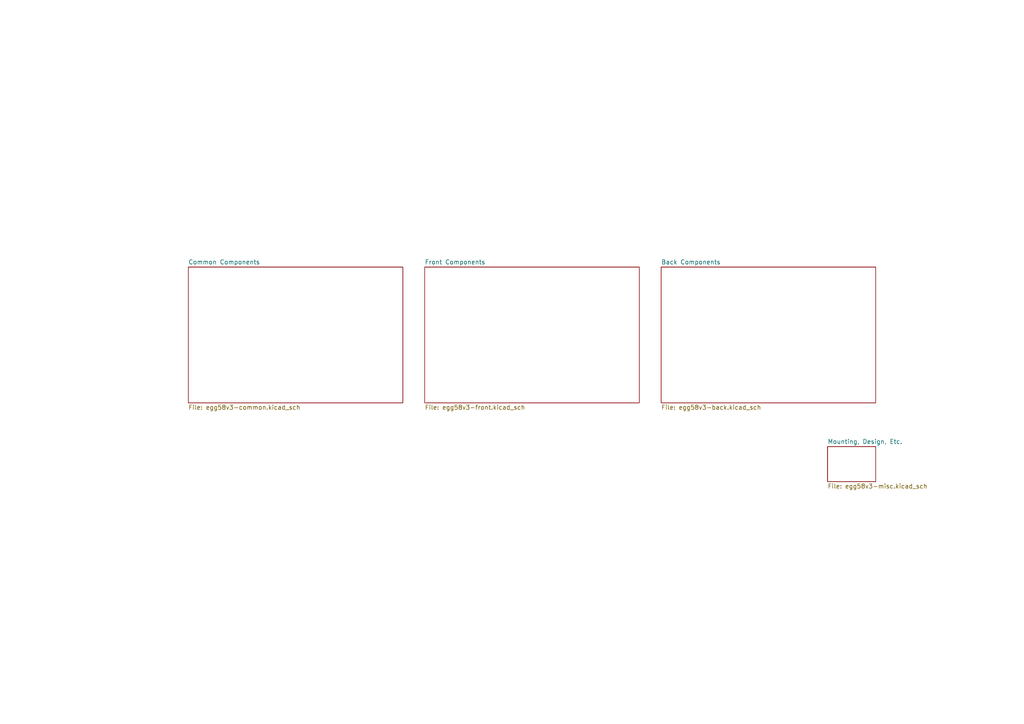
<source format=kicad_sch>
(kicad_sch (version 20211123) (generator eeschema)

  (uuid d23fbe98-d5e8-4416-9535-f408b7add0ef)

  (paper "A4")

  (title_block
    (title "egg58")
    (date "2023-04-06")
    (rev "3")
    (company "EggsWorks, LLC")
    (comment 1 "github.com/eggsworks/egg58")
    (comment 2 "a sanely minimalist split keyboard")
    (comment 3 "egg58v3")
  )

  (lib_symbols
  )


  (sheet (at 123.19 77.47) (size 62.23 39.37) (fields_autoplaced)
    (stroke (width 0.1524) (type solid) (color 0 0 0 0))
    (fill (color 0 0 0 0.0000))
    (uuid 13f61260-a66d-4d77-8d94-845a8cf0c839)
    (property "Sheet name" "Front Components" (id 0) (at 123.19 76.7584 0)
      (effects (font (size 1.27 1.27)) (justify left bottom))
    )
    (property "Sheet file" "egg58v3-front.kicad_sch" (id 1) (at 123.19 117.4246 0)
      (effects (font (size 1.27 1.27)) (justify left top))
    )
  )

  (sheet (at 240.03 129.54) (size 13.97 10.16) (fields_autoplaced)
    (stroke (width 0.1524) (type solid) (color 0 0 0 0))
    (fill (color 0 0 0 0.0000))
    (uuid 268a93e8-fa23-43a8-af13-b9fb3dc1a806)
    (property "Sheet name" "Mounting, Design, Etc." (id 0) (at 240.03 128.8284 0)
      (effects (font (size 1.27 1.27)) (justify left bottom))
    )
    (property "Sheet file" "egg58v3-misc.kicad_sch" (id 1) (at 240.03 140.2846 0)
      (effects (font (size 1.27 1.27)) (justify left top))
    )
  )

  (sheet (at 54.61 77.47) (size 62.23 39.37) (fields_autoplaced)
    (stroke (width 0.1524) (type solid) (color 0 0 0 0))
    (fill (color 0 0 0 0.0000))
    (uuid 919ab01d-7eb4-4062-9012-44dcffb54099)
    (property "Sheet name" "Common Components" (id 0) (at 54.61 76.7584 0)
      (effects (font (size 1.27 1.27)) (justify left bottom))
    )
    (property "Sheet file" "egg58v3-common.kicad_sch" (id 1) (at 54.61 117.4246 0)
      (effects (font (size 1.27 1.27)) (justify left top))
    )
  )

  (sheet (at 191.77 77.47) (size 62.23 39.37) (fields_autoplaced)
    (stroke (width 0.1524) (type solid) (color 0 0 0 0))
    (fill (color 0 0 0 0.0000))
    (uuid d5836231-d6b9-462d-aea2-031846d0aa69)
    (property "Sheet name" "Back Components" (id 0) (at 191.77 76.7584 0)
      (effects (font (size 1.27 1.27)) (justify left bottom))
    )
    (property "Sheet file" "egg58v3-back.kicad_sch" (id 1) (at 191.77 117.4246 0)
      (effects (font (size 1.27 1.27)) (justify left top))
    )
  )

  (sheet_instances
    (path "/" (page "1"))
    (path "/13f61260-a66d-4d77-8d94-845a8cf0c839" (page "2"))
    (path "/919ab01d-7eb4-4062-9012-44dcffb54099" (page "3"))
    (path "/d5836231-d6b9-462d-aea2-031846d0aa69" (page "4"))
    (path "/268a93e8-fa23-43a8-af13-b9fb3dc1a806" (page "5"))
  )

  (symbol_instances
    (path "/268a93e8-fa23-43a8-af13-b9fb3dc1a806/02423859-5b9f-4e67-bfec-67f94e33613a"
      (reference "#LOGO1") (unit 1) (value "Logo_Open_Hardware_Small") (footprint "egg58v2:egg58logo")
    )
    (path "/919ab01d-7eb4-4062-9012-44dcffb54099/250d9e83-ac85-43ac-8efe-a39ed0d9f08e"
      (reference "#PWR0101") (unit 1) (value "GND") (footprint "")
    )
    (path "/919ab01d-7eb4-4062-9012-44dcffb54099/488fd696-c6fa-4d27-a1ec-ba43522cba51"
      (reference "#PWR0102") (unit 1) (value "GND") (footprint "")
    )
    (path "/919ab01d-7eb4-4062-9012-44dcffb54099/90c62c74-6835-4ab9-a05c-4fc77ffc6d26"
      (reference "#PWR0103") (unit 1) (value "VCC") (footprint "")
    )
    (path "/919ab01d-7eb4-4062-9012-44dcffb54099/1a7ed60e-b8d1-42bd-a169-d5fc54da1a47"
      (reference "#PWR0104") (unit 1) (value "VCC") (footprint "")
    )
    (path "/919ab01d-7eb4-4062-9012-44dcffb54099/59e5a187-2c61-4e20-aafd-87330440915e"
      (reference "#PWR0105") (unit 1) (value "GND") (footprint "")
    )
    (path "/919ab01d-7eb4-4062-9012-44dcffb54099/a60f211a-3793-41e6-b1a3-afa71a025790"
      (reference "#PWR0106") (unit 1) (value "VCC") (footprint "")
    )
    (path "/919ab01d-7eb4-4062-9012-44dcffb54099/7b572c62-7542-4d93-9f94-974586e5fde9"
      (reference "#PWR0107") (unit 1) (value "VCC") (footprint "")
    )
    (path "/268a93e8-fa23-43a8-af13-b9fb3dc1a806/93c7a95f-14c5-41e1-a61d-876abea51f4c"
      (reference "#SYM1") (unit 1) (value "SYM_Flash_Small") (footprint "egg58v2:egg58url")
    )
    (path "/919ab01d-7eb4-4062-9012-44dcffb54099/e8dc65b8-a0a9-4813-82f1-c97eb0583260"
      (reference "J1") (unit 1) (value "AudioJack4") (footprint "egg58v2:MJ-4PP-9")
    )
    (path "/919ab01d-7eb4-4062-9012-44dcffb54099/04af12ca-3228-4d2d-b1f7-47dff8d4ea36"
      (reference "JP1") (unit 1) (value "Jumper_NC_Dual-Device") (footprint "egg58v2:SolderJumper-3_P1.3mm_Open_Pad1.0x1.5mm_NumberLabels")
    )
    (path "/919ab01d-7eb4-4062-9012-44dcffb54099/a11e900f-84ab-4b2c-8ab2-a2c2f7046079"
      (reference "JP2") (unit 1) (value "Jumper_NC_Dual-Device") (footprint "egg58v2:SolderJumper-3_P1.3mm_Open_Pad1.0x1.5mm_NumberLabels")
    )
    (path "/919ab01d-7eb4-4062-9012-44dcffb54099/ecfb3147-33dd-4273-bfd4-d6b5056c435f"
      (reference "R1") (unit 1) (value "100k") (footprint "egg58v2:R_Axial_DIN0207_L6.3mm_D2.5mm_P10.16mm_Horizontal")
    )
    (path "/919ab01d-7eb4-4062-9012-44dcffb54099/4c33ad9d-8f48-4eff-b35d-d69613817502"
      (reference "R2") (unit 1) (value "100k") (footprint "egg58v2:R_Axial_DIN0207_L6.3mm_D2.5mm_P10.16mm_Horizontal")
    )
    (path "/13f61260-a66d-4d77-8d94-845a8cf0c839/d929df0a-4159-4cd2-9cbe-123f6ddf147f"
      (reference "SW11") (unit 1) (value "SW_PUSH_LED") (footprint "egg58v2:Choc_Hotswap_SK6812MiniE")
    )
    (path "/13f61260-a66d-4d77-8d94-845a8cf0c839/1ffdeb5a-ef68-4bc9-bd72-d48996274d38"
      (reference "SW11") (unit 2) (value "SW_PUSH_LED") (footprint "egg58v2:Choc_Hotswap_SK6812MiniE")
    )
    (path "/13f61260-a66d-4d77-8d94-845a8cf0c839/473d9c43-601a-4a07-8103-6fc9d9e522f7"
      (reference "SW11") (unit 3) (value "SW_PUSH_LED") (footprint "egg58v2:Choc_Hotswap_SK6812MiniE")
    )
    (path "/d5836231-d6b9-462d-aea2-031846d0aa69/eefb901c-a27f-4891-9508-e1c8d8e66943"
      (reference "SW11") (unit 4) (value "SW_PUSH_LED") (footprint "egg58v2:Choc_Hotswap_SK6812MiniE")
    )
    (path "/d5836231-d6b9-462d-aea2-031846d0aa69/2233bf44-9676-4236-9366-6181e84f66d8"
      (reference "SW11") (unit 5) (value "SW_PUSH_LED") (footprint "egg58v2:Choc_Hotswap_SK6812MiniE")
    )
    (path "/d5836231-d6b9-462d-aea2-031846d0aa69/94106ac8-6601-4f20-8c24-044a5a04e441"
      (reference "SW11") (unit 6) (value "SW_PUSH_LED") (footprint "egg58v2:Choc_Hotswap_SK6812MiniE")
    )
    (path "/13f61260-a66d-4d77-8d94-845a8cf0c839/98ec587c-48df-48af-88a3-e63557e11138"
      (reference "SW12") (unit 1) (value "SW_PUSH_LED") (footprint "egg58v2:Choc_Hotswap_SK6812MiniE")
    )
    (path "/13f61260-a66d-4d77-8d94-845a8cf0c839/1843e41c-51be-4ea9-a034-ab053ecc7a96"
      (reference "SW12") (unit 2) (value "SW_PUSH_LED") (footprint "egg58v2:Choc_Hotswap_SK6812MiniE")
    )
    (path "/13f61260-a66d-4d77-8d94-845a8cf0c839/c1427cbb-7960-438b-b9fb-4ef44c770905"
      (reference "SW12") (unit 3) (value "SW_PUSH_LED") (footprint "egg58v2:Choc_Hotswap_SK6812MiniE")
    )
    (path "/d5836231-d6b9-462d-aea2-031846d0aa69/ab9d29f0-1330-4b45-bcc0-6e3fec6d25d6"
      (reference "SW12") (unit 4) (value "SW_PUSH_LED") (footprint "egg58v2:Choc_Hotswap_SK6812MiniE")
    )
    (path "/d5836231-d6b9-462d-aea2-031846d0aa69/76664732-4e4b-4557-9cf0-1c33339828c6"
      (reference "SW12") (unit 5) (value "SW_PUSH_LED") (footprint "egg58v2:Choc_Hotswap_SK6812MiniE")
    )
    (path "/d5836231-d6b9-462d-aea2-031846d0aa69/9b893edb-947d-4345-ad0c-47fb8a77d18b"
      (reference "SW12") (unit 6) (value "SW_PUSH_LED") (footprint "egg58v2:Choc_Hotswap_SK6812MiniE")
    )
    (path "/13f61260-a66d-4d77-8d94-845a8cf0c839/53c57448-dd18-479f-8b41-d83027f44b79"
      (reference "SW13") (unit 1) (value "SW_PUSH_LED") (footprint "egg58v2:Choc_Hotswap_SK6812MiniE")
    )
    (path "/13f61260-a66d-4d77-8d94-845a8cf0c839/51c5ce09-d58f-4be1-bda9-5b60207c7e79"
      (reference "SW13") (unit 2) (value "SW_PUSH_LED") (footprint "egg58v2:Choc_Hotswap_SK6812MiniE")
    )
    (path "/13f61260-a66d-4d77-8d94-845a8cf0c839/1e4765af-983a-40b3-b30f-104ca4bcc752"
      (reference "SW13") (unit 3) (value "SW_PUSH_LED") (footprint "egg58v2:Choc_Hotswap_SK6812MiniE")
    )
    (path "/d5836231-d6b9-462d-aea2-031846d0aa69/023ded13-59a9-41cb-a6e2-3e03030e1c6d"
      (reference "SW13") (unit 4) (value "SW_PUSH_LED") (footprint "egg58v2:Choc_Hotswap_SK6812MiniE")
    )
    (path "/d5836231-d6b9-462d-aea2-031846d0aa69/910e3f96-d829-4117-bd76-33d8d09241b7"
      (reference "SW13") (unit 5) (value "SW_PUSH_LED") (footprint "egg58v2:Choc_Hotswap_SK6812MiniE")
    )
    (path "/d5836231-d6b9-462d-aea2-031846d0aa69/740c4389-622c-499f-8013-6b9bad8d2f9a"
      (reference "SW13") (unit 6) (value "SW_PUSH_LED") (footprint "egg58v2:Choc_Hotswap_SK6812MiniE")
    )
    (path "/13f61260-a66d-4d77-8d94-845a8cf0c839/eb634032-bbe2-4d2a-9032-5131ab48b87d"
      (reference "SW14") (unit 1) (value "SW_PUSH_LED") (footprint "egg58v2:Choc_Hotswap_SK6812MiniE")
    )
    (path "/13f61260-a66d-4d77-8d94-845a8cf0c839/17a0454e-d6f0-426d-a0b7-13db1f6148fa"
      (reference "SW14") (unit 2) (value "SW_PUSH_LED") (footprint "egg58v2:Choc_Hotswap_SK6812MiniE")
    )
    (path "/13f61260-a66d-4d77-8d94-845a8cf0c839/d08dcfdb-c936-4c67-9e05-f90f56594399"
      (reference "SW14") (unit 3) (value "SW_PUSH_LED") (footprint "egg58v2:Choc_Hotswap_SK6812MiniE")
    )
    (path "/d5836231-d6b9-462d-aea2-031846d0aa69/048f0fda-e969-4b17-afff-fcfe4845bce7"
      (reference "SW14") (unit 4) (value "SW_PUSH_LED") (footprint "egg58v2:Choc_Hotswap_SK6812MiniE")
    )
    (path "/d5836231-d6b9-462d-aea2-031846d0aa69/452a2148-1cf0-48fe-8c08-8ba845a64a1e"
      (reference "SW14") (unit 5) (value "SW_PUSH_LED") (footprint "egg58v2:Choc_Hotswap_SK6812MiniE")
    )
    (path "/d5836231-d6b9-462d-aea2-031846d0aa69/de8292cb-4967-4d4a-877b-e1b0ac95fc80"
      (reference "SW14") (unit 6) (value "SW_PUSH_LED") (footprint "egg58v2:Choc_Hotswap_SK6812MiniE")
    )
    (path "/13f61260-a66d-4d77-8d94-845a8cf0c839/77722371-5eb5-4ca8-8069-f5cdae122b19"
      (reference "SW15") (unit 1) (value "SW_PUSH_LED") (footprint "egg58v2:Choc_Hotswap_SK6812MiniE")
    )
    (path "/13f61260-a66d-4d77-8d94-845a8cf0c839/5411f5a7-b2e7-486d-a840-de18315d4d98"
      (reference "SW15") (unit 2) (value "SW_PUSH_LED") (footprint "egg58v2:Choc_Hotswap_SK6812MiniE")
    )
    (path "/13f61260-a66d-4d77-8d94-845a8cf0c839/1e12c6cf-8a69-4c5c-a7bb-e39595e12091"
      (reference "SW15") (unit 3) (value "SW_PUSH_LED") (footprint "egg58v2:Choc_Hotswap_SK6812MiniE")
    )
    (path "/d5836231-d6b9-462d-aea2-031846d0aa69/ba5caa57-01ff-448e-98e6-4f3822019768"
      (reference "SW15") (unit 4) (value "SW_PUSH_LED") (footprint "egg58v2:Choc_Hotswap_SK6812MiniE")
    )
    (path "/d5836231-d6b9-462d-aea2-031846d0aa69/babb7cfe-5cbd-4d42-8ad8-cf7d595b23dd"
      (reference "SW15") (unit 5) (value "SW_PUSH_LED") (footprint "egg58v2:Choc_Hotswap_SK6812MiniE")
    )
    (path "/d5836231-d6b9-462d-aea2-031846d0aa69/48e1bdc5-3086-4f61-9cb9-a4a8f7399b8c"
      (reference "SW15") (unit 6) (value "SW_PUSH_LED") (footprint "egg58v2:Choc_Hotswap_SK6812MiniE")
    )
    (path "/13f61260-a66d-4d77-8d94-845a8cf0c839/17efe1a1-91f8-45bd-a6cc-869a126207cc"
      (reference "SW16") (unit 1) (value "SW_PUSH_LED") (footprint "egg58v2:Choc_Hotswap_SK6812MiniE")
    )
    (path "/13f61260-a66d-4d77-8d94-845a8cf0c839/4502ef61-d65e-4e46-824b-f84e2ccfb77e"
      (reference "SW16") (unit 2) (value "SW_PUSH_LED") (footprint "egg58v2:Choc_Hotswap_SK6812MiniE")
    )
    (path "/13f61260-a66d-4d77-8d94-845a8cf0c839/db46b64a-ab2c-4719-a0bb-3e0315962b3d"
      (reference "SW16") (unit 3) (value "SW_PUSH_LED") (footprint "egg58v2:Choc_Hotswap_SK6812MiniE")
    )
    (path "/d5836231-d6b9-462d-aea2-031846d0aa69/18a6d8d0-184a-45e7-a83e-deac437d006d"
      (reference "SW16") (unit 4) (value "SW_PUSH_LED") (footprint "egg58v2:Choc_Hotswap_SK6812MiniE")
    )
    (path "/d5836231-d6b9-462d-aea2-031846d0aa69/4f85a16f-3500-4461-ae25-1d8c5dc9f10a"
      (reference "SW16") (unit 5) (value "SW_PUSH_LED") (footprint "egg58v2:Choc_Hotswap_SK6812MiniE")
    )
    (path "/d5836231-d6b9-462d-aea2-031846d0aa69/473debb7-92f5-4172-b16b-26591a777a6f"
      (reference "SW16") (unit 6) (value "SW_PUSH_LED") (footprint "egg58v2:Choc_Hotswap_SK6812MiniE")
    )
    (path "/13f61260-a66d-4d77-8d94-845a8cf0c839/dc02ba48-f70e-48ec-ae99-7546a43d617a"
      (reference "SW21") (unit 1) (value "SW_PUSH_LED") (footprint "egg58v2:Choc_Hotswap_SK6812MiniE")
    )
    (path "/13f61260-a66d-4d77-8d94-845a8cf0c839/84a2e431-cb9c-49fc-a24c-51a799f63a6d"
      (reference "SW21") (unit 2) (value "SW_PUSH_LED") (footprint "egg58v2:Choc_Hotswap_SK6812MiniE")
    )
    (path "/13f61260-a66d-4d77-8d94-845a8cf0c839/43f0a374-f643-4698-a784-8d6fdbe7df5a"
      (reference "SW21") (unit 3) (value "SW_PUSH_LED") (footprint "egg58v2:Choc_Hotswap_SK6812MiniE")
    )
    (path "/d5836231-d6b9-462d-aea2-031846d0aa69/0f28ebbf-ed1b-4ae5-87fa-eaca45034ad7"
      (reference "SW21") (unit 4) (value "SW_PUSH_LED") (footprint "egg58v2:Choc_Hotswap_SK6812MiniE")
    )
    (path "/d5836231-d6b9-462d-aea2-031846d0aa69/b3e8b57b-f66c-4795-a55e-a43515d3371b"
      (reference "SW21") (unit 5) (value "SW_PUSH_LED") (footprint "egg58v2:Choc_Hotswap_SK6812MiniE")
    )
    (path "/d5836231-d6b9-462d-aea2-031846d0aa69/11673518-a09a-4aa1-ae93-67a986e0dd75"
      (reference "SW21") (unit 6) (value "SW_PUSH_LED") (footprint "egg58v2:Choc_Hotswap_SK6812MiniE")
    )
    (path "/13f61260-a66d-4d77-8d94-845a8cf0c839/76011001-f7a1-4b09-a4a7-a3612b9dfe56"
      (reference "SW22") (unit 1) (value "SW_PUSH_LED") (footprint "egg58v2:Choc_Hotswap_SK6812MiniE")
    )
    (path "/13f61260-a66d-4d77-8d94-845a8cf0c839/cbd58e35-5bab-48e2-83f1-eba5f3c4b88c"
      (reference "SW22") (unit 2) (value "SW_PUSH_LED") (footprint "egg58v2:Choc_Hotswap_SK6812MiniE")
    )
    (path "/13f61260-a66d-4d77-8d94-845a8cf0c839/6db4033d-aafe-4020-8e52-f2c375d20d82"
      (reference "SW22") (unit 3) (value "SW_PUSH_LED") (footprint "egg58v2:Choc_Hotswap_SK6812MiniE")
    )
    (path "/d5836231-d6b9-462d-aea2-031846d0aa69/d722a747-6edb-46f6-9abb-a5c307851759"
      (reference "SW22") (unit 4) (value "SW_PUSH_LED") (footprint "egg58v2:Choc_Hotswap_SK6812MiniE")
    )
    (path "/d5836231-d6b9-462d-aea2-031846d0aa69/c69b89e6-bcce-473f-84a3-bdb67af7c8df"
      (reference "SW22") (unit 5) (value "SW_PUSH_LED") (footprint "egg58v2:Choc_Hotswap_SK6812MiniE")
    )
    (path "/d5836231-d6b9-462d-aea2-031846d0aa69/507d83af-0016-4a51-93d0-b8cbd8e8bed2"
      (reference "SW22") (unit 6) (value "SW_PUSH_LED") (footprint "egg58v2:Choc_Hotswap_SK6812MiniE")
    )
    (path "/13f61260-a66d-4d77-8d94-845a8cf0c839/8bea81b7-407e-4c63-bfba-6a1599ff50b1"
      (reference "SW23") (unit 1) (value "SW_PUSH_LED") (footprint "egg58v2:Choc_Hotswap_SK6812MiniE")
    )
    (path "/13f61260-a66d-4d77-8d94-845a8cf0c839/cbdaddbd-0fc5-4334-9598-297556477542"
      (reference "SW23") (unit 2) (value "SW_PUSH_LED") (footprint "egg58v2:Choc_Hotswap_SK6812MiniE")
    )
    (path "/13f61260-a66d-4d77-8d94-845a8cf0c839/93633c3a-f685-4436-ba21-0feeea3b5423"
      (reference "SW23") (unit 3) (value "SW_PUSH_LED") (footprint "egg58v2:Choc_Hotswap_SK6812MiniE")
    )
    (path "/d5836231-d6b9-462d-aea2-031846d0aa69/b97a09f9-d6d7-415e-8cbd-3dcadb72348d"
      (reference "SW23") (unit 4) (value "SW_PUSH_LED") (footprint "egg58v2:Choc_Hotswap_SK6812MiniE")
    )
    (path "/d5836231-d6b9-462d-aea2-031846d0aa69/5f917ce9-f01a-4812-bffa-d84b50d728f4"
      (reference "SW23") (unit 5) (value "SW_PUSH_LED") (footprint "egg58v2:Choc_Hotswap_SK6812MiniE")
    )
    (path "/d5836231-d6b9-462d-aea2-031846d0aa69/308a0df1-ec30-447a-94d7-1c4fdc182422"
      (reference "SW23") (unit 6) (value "SW_PUSH_LED") (footprint "egg58v2:Choc_Hotswap_SK6812MiniE")
    )
    (path "/13f61260-a66d-4d77-8d94-845a8cf0c839/15697368-b919-4917-bd77-72a774be0a41"
      (reference "SW24") (unit 1) (value "SW_PUSH_LED") (footprint "egg58v2:Choc_Hotswap_SK6812MiniE")
    )
    (path "/13f61260-a66d-4d77-8d94-845a8cf0c839/57636587-5378-4e7d-9248-c53773f4ab97"
      (reference "SW24") (unit 2) (value "SW_PUSH_LED") (footprint "egg58v2:Choc_Hotswap_SK6812MiniE")
    )
    (path "/13f61260-a66d-4d77-8d94-845a8cf0c839/f4ba9303-d05a-4ec6-934f-5ce2b11cf7b7"
      (reference "SW24") (unit 3) (value "SW_PUSH_LED") (footprint "egg58v2:Choc_Hotswap_SK6812MiniE")
    )
    (path "/d5836231-d6b9-462d-aea2-031846d0aa69/cc2691b5-459c-49d6-9f8f-5cfad02ab9f9"
      (reference "SW24") (unit 4) (value "SW_PUSH_LED") (footprint "egg58v2:Choc_Hotswap_SK6812MiniE")
    )
    (path "/d5836231-d6b9-462d-aea2-031846d0aa69/3394fc6b-f8e1-4492-a916-3a9a2f8487de"
      (reference "SW24") (unit 5) (value "SW_PUSH_LED") (footprint "egg58v2:Choc_Hotswap_SK6812MiniE")
    )
    (path "/d5836231-d6b9-462d-aea2-031846d0aa69/5bfbea20-5398-44b8-b008-f43be51fbaa8"
      (reference "SW24") (unit 6) (value "SW_PUSH_LED") (footprint "egg58v2:Choc_Hotswap_SK6812MiniE")
    )
    (path "/13f61260-a66d-4d77-8d94-845a8cf0c839/4732c052-a1a4-47d5-a1d8-9505374bbb42"
      (reference "SW25") (unit 1) (value "SW_PUSH_LED") (footprint "egg58v2:Choc_Hotswap_SK6812MiniE")
    )
    (path "/13f61260-a66d-4d77-8d94-845a8cf0c839/dfc8d160-83ff-4360-a154-2382ee7b845a"
      (reference "SW25") (unit 2) (value "SW_PUSH_LED") (footprint "egg58v2:Choc_Hotswap_SK6812MiniE")
    )
    (path "/13f61260-a66d-4d77-8d94-845a8cf0c839/9e887166-e941-44fc-938f-0d16803bd397"
      (reference "SW25") (unit 3) (value "SW_PUSH_LED") (footprint "egg58v2:Choc_Hotswap_SK6812MiniE")
    )
    (path "/d5836231-d6b9-462d-aea2-031846d0aa69/5aff02b3-b5be-4566-bd4d-8fd32ae1786b"
      (reference "SW25") (unit 4) (value "SW_PUSH_LED") (footprint "egg58v2:Choc_Hotswap_SK6812MiniE")
    )
    (path "/d5836231-d6b9-462d-aea2-031846d0aa69/3628b75c-4248-44b9-9823-d30d69d79009"
      (reference "SW25") (unit 5) (value "SW_PUSH_LED") (footprint "egg58v2:Choc_Hotswap_SK6812MiniE")
    )
    (path "/d5836231-d6b9-462d-aea2-031846d0aa69/bf2c19d0-93de-4940-9fe5-c719f7133a20"
      (reference "SW25") (unit 6) (value "SW_PUSH_LED") (footprint "egg58v2:Choc_Hotswap_SK6812MiniE")
    )
    (path "/13f61260-a66d-4d77-8d94-845a8cf0c839/0156e764-c675-4ea5-a0b0-d32101e61e7c"
      (reference "SW26") (unit 1) (value "SW_PUSH_LED") (footprint "egg58v2:Choc_Hotswap_SK6812MiniE")
    )
    (path "/13f61260-a66d-4d77-8d94-845a8cf0c839/09d5dcc6-4476-47ad-83d6-e4d66fc814ed"
      (reference "SW26") (unit 2) (value "SW_PUSH_LED") (footprint "egg58v2:Choc_Hotswap_SK6812MiniE")
    )
    (path "/13f61260-a66d-4d77-8d94-845a8cf0c839/5675088a-f83c-4aec-994a-a26269f053d7"
      (reference "SW26") (unit 3) (value "SW_PUSH_LED") (footprint "egg58v2:Choc_Hotswap_SK6812MiniE")
    )
    (path "/d5836231-d6b9-462d-aea2-031846d0aa69/6b10ace8-9f72-4a09-a607-d5262ab2978a"
      (reference "SW26") (unit 4) (value "SW_PUSH_LED") (footprint "egg58v2:Choc_Hotswap_SK6812MiniE")
    )
    (path "/d5836231-d6b9-462d-aea2-031846d0aa69/1dd395b9-f118-4912-ac1d-b48d4b6b02ae"
      (reference "SW26") (unit 5) (value "SW_PUSH_LED") (footprint "egg58v2:Choc_Hotswap_SK6812MiniE")
    )
    (path "/d5836231-d6b9-462d-aea2-031846d0aa69/c30d83fc-1f82-4389-b683-41ea5cfe4fd2"
      (reference "SW26") (unit 6) (value "SW_PUSH_LED") (footprint "egg58v2:Choc_Hotswap_SK6812MiniE")
    )
    (path "/13f61260-a66d-4d77-8d94-845a8cf0c839/1638d1d6-d83a-4263-a407-1b44f67053d4"
      (reference "SW31") (unit 1) (value "SW_PUSH_LED") (footprint "egg58v2:Choc_Hotswap_SK6812MiniE")
    )
    (path "/13f61260-a66d-4d77-8d94-845a8cf0c839/1c2149a9-45a4-4211-978f-e2258e09fc84"
      (reference "SW31") (unit 2) (value "SW_PUSH_LED") (footprint "egg58v2:Choc_Hotswap_SK6812MiniE")
    )
    (path "/13f61260-a66d-4d77-8d94-845a8cf0c839/8957b775-7c87-419b-a0e3-9080dc1814f7"
      (reference "SW31") (unit 3) (value "SW_PUSH_LED") (footprint "egg58v2:Choc_Hotswap_SK6812MiniE")
    )
    (path "/d5836231-d6b9-462d-aea2-031846d0aa69/517e5a81-1895-42b0-b22d-3ef7249a65a5"
      (reference "SW31") (unit 4) (value "SW_PUSH_LED") (footprint "egg58v2:Choc_Hotswap_SK6812MiniE")
    )
    (path "/d5836231-d6b9-462d-aea2-031846d0aa69/fd5c04f0-9a6b-4841-acd8-66439a60a2c4"
      (reference "SW31") (unit 5) (value "SW_PUSH_LED") (footprint "egg58v2:Choc_Hotswap_SK6812MiniE")
    )
    (path "/d5836231-d6b9-462d-aea2-031846d0aa69/23102923-f464-452c-908c-7beff0654f6d"
      (reference "SW31") (unit 6) (value "SW_PUSH_LED") (footprint "egg58v2:Choc_Hotswap_SK6812MiniE")
    )
    (path "/13f61260-a66d-4d77-8d94-845a8cf0c839/5e78a4d3-aa9c-4e39-945b-0dc87b0bf7ec"
      (reference "SW32") (unit 1) (value "SW_PUSH_LED") (footprint "egg58v2:Choc_Hotswap_SK6812MiniE")
    )
    (path "/13f61260-a66d-4d77-8d94-845a8cf0c839/8b3cc378-a6e9-4b41-8b72-78a64a97b73f"
      (reference "SW32") (unit 2) (value "SW_PUSH_LED") (footprint "egg58v2:Choc_Hotswap_SK6812MiniE")
    )
    (path "/13f61260-a66d-4d77-8d94-845a8cf0c839/eae430c4-27fc-418b-bef1-442fbf882ee1"
      (reference "SW32") (unit 3) (value "SW_PUSH_LED") (footprint "egg58v2:Choc_Hotswap_SK6812MiniE")
    )
    (path "/d5836231-d6b9-462d-aea2-031846d0aa69/317c37e2-2a61-4b59-98e3-1474f80607b2"
      (reference "SW32") (unit 4) (value "SW_PUSH_LED") (footprint "egg58v2:Choc_Hotswap_SK6812MiniE")
    )
    (path "/d5836231-d6b9-462d-aea2-031846d0aa69/2e6e875a-7725-4692-a8cc-8842453c0083"
      (reference "SW32") (unit 5) (value "SW_PUSH_LED") (footprint "egg58v2:Choc_Hotswap_SK6812MiniE")
    )
    (path "/d5836231-d6b9-462d-aea2-031846d0aa69/a3595ee7-6b89-453f-90f4-11788358882d"
      (reference "SW32") (unit 6) (value "SW_PUSH_LED") (footprint "egg58v2:Choc_Hotswap_SK6812MiniE")
    )
    (path "/13f61260-a66d-4d77-8d94-845a8cf0c839/e3c7fd57-10db-4a95-88d3-54edb4dd28e1"
      (reference "SW33") (unit 1) (value "SW_PUSH_LED") (footprint "egg58v2:Choc_Hotswap_SK6812MiniE")
    )
    (path "/13f61260-a66d-4d77-8d94-845a8cf0c839/a5f2ec1f-cda4-4404-85be-339596af07be"
      (reference "SW33") (unit 2) (value "SW_PUSH_LED") (footprint "egg58v2:Choc_Hotswap_SK6812MiniE")
    )
    (path "/13f61260-a66d-4d77-8d94-845a8cf0c839/bba147b5-a5e1-4510-a6e6-25e58cdeeb92"
      (reference "SW33") (unit 3) (value "SW_PUSH_LED") (footprint "egg58v2:Choc_Hotswap_SK6812MiniE")
    )
    (path "/d5836231-d6b9-462d-aea2-031846d0aa69/907918a7-83fd-4e5a-919a-f84fae6b86f7"
      (reference "SW33") (unit 4) (value "SW_PUSH_LED") (footprint "egg58v2:Choc_Hotswap_SK6812MiniE")
    )
    (path "/d5836231-d6b9-462d-aea2-031846d0aa69/ea928ce4-ff69-4a22-9b28-23dce491c36c"
      (reference "SW33") (unit 5) (value "SW_PUSH_LED") (footprint "egg58v2:Choc_Hotswap_SK6812MiniE")
    )
    (path "/d5836231-d6b9-462d-aea2-031846d0aa69/14ad65df-7e80-4e31-ba85-9b8e1b9415fb"
      (reference "SW33") (unit 6) (value "SW_PUSH_LED") (footprint "egg58v2:Choc_Hotswap_SK6812MiniE")
    )
    (path "/13f61260-a66d-4d77-8d94-845a8cf0c839/e92f4797-11a6-442c-8b0c-163d4d694d05"
      (reference "SW34") (unit 1) (value "SW_PUSH_LED") (footprint "egg58v2:Choc_Hotswap_SK6812MiniE")
    )
    (path "/13f61260-a66d-4d77-8d94-845a8cf0c839/b2a3c15d-c8bf-44c0-91e6-bdb875a493df"
      (reference "SW34") (unit 2) (value "SW_PUSH_LED") (footprint "egg58v2:Choc_Hotswap_SK6812MiniE")
    )
    (path "/13f61260-a66d-4d77-8d94-845a8cf0c839/eabadbb5-3345-4f4a-9a96-2580e98c9a77"
      (reference "SW34") (unit 3) (value "SW_PUSH_LED") (footprint "egg58v2:Choc_Hotswap_SK6812MiniE")
    )
    (path "/d5836231-d6b9-462d-aea2-031846d0aa69/e051f299-f397-441a-aee3-7c21887ff6ba"
      (reference "SW34") (unit 4) (value "SW_PUSH_LED") (footprint "egg58v2:Choc_Hotswap_SK6812MiniE")
    )
    (path "/d5836231-d6b9-462d-aea2-031846d0aa69/00945ce8-e83f-4d18-9052-e2cad0a0b539"
      (reference "SW34") (unit 5) (value "SW_PUSH_LED") (footprint "egg58v2:Choc_Hotswap_SK6812MiniE")
    )
    (path "/d5836231-d6b9-462d-aea2-031846d0aa69/a5d27614-3056-4d83-bf1e-ad8310ef8fe5"
      (reference "SW34") (unit 6) (value "SW_PUSH_LED") (footprint "egg58v2:Choc_Hotswap_SK6812MiniE")
    )
    (path "/13f61260-a66d-4d77-8d94-845a8cf0c839/24b758fb-79e5-42c4-914e-c1494fe8afd7"
      (reference "SW35") (unit 1) (value "SW_PUSH_LED") (footprint "egg58v2:Choc_Hotswap_SK6812MiniE")
    )
    (path "/13f61260-a66d-4d77-8d94-845a8cf0c839/fa5dbc0f-141f-4714-83c1-b637f4bff64c"
      (reference "SW35") (unit 2) (value "SW_PUSH_LED") (footprint "egg58v2:Choc_Hotswap_SK6812MiniE")
    )
    (path "/13f61260-a66d-4d77-8d94-845a8cf0c839/aa5f28bf-0c05-4967-83e7-89c963eb996d"
      (reference "SW35") (unit 3) (value "SW_PUSH_LED") (footprint "egg58v2:Choc_Hotswap_SK6812MiniE")
    )
    (path "/d5836231-d6b9-462d-aea2-031846d0aa69/aad3c1be-8fd0-49cb-b5af-fce360b5b7b0"
      (reference "SW35") (unit 4) (value "SW_PUSH_LED") (footprint "egg58v2:Choc_Hotswap_SK6812MiniE")
    )
    (path "/d5836231-d6b9-462d-aea2-031846d0aa69/43849900-eab3-4efc-a425-2bb115ac6390"
      (reference "SW35") (unit 5) (value "SW_PUSH_LED") (footprint "egg58v2:Choc_Hotswap_SK6812MiniE")
    )
    (path "/d5836231-d6b9-462d-aea2-031846d0aa69/0208cf23-1b27-4757-812e-4ddfdb2895b5"
      (reference "SW35") (unit 6) (value "SW_PUSH_LED") (footprint "egg58v2:Choc_Hotswap_SK6812MiniE")
    )
    (path "/13f61260-a66d-4d77-8d94-845a8cf0c839/6c3eeec7-342d-4077-8d41-a73fcf9af82e"
      (reference "SW36") (unit 1) (value "SW_PUSH_LED") (footprint "egg58v2:Choc_Hotswap_SK6812MiniE")
    )
    (path "/13f61260-a66d-4d77-8d94-845a8cf0c839/1934500d-46bd-424a-b139-316a681b9027"
      (reference "SW36") (unit 2) (value "SW_PUSH_LED") (footprint "egg58v2:Choc_Hotswap_SK6812MiniE")
    )
    (path "/13f61260-a66d-4d77-8d94-845a8cf0c839/4ad6eb40-ea52-4a74-bd8c-acc37f85b246"
      (reference "SW36") (unit 3) (value "SW_PUSH_LED") (footprint "egg58v2:Choc_Hotswap_SK6812MiniE")
    )
    (path "/d5836231-d6b9-462d-aea2-031846d0aa69/2a267540-917f-467b-9ad4-53c731a338b2"
      (reference "SW36") (unit 4) (value "SW_PUSH_LED") (footprint "egg58v2:Choc_Hotswap_SK6812MiniE")
    )
    (path "/d5836231-d6b9-462d-aea2-031846d0aa69/4d691b9a-bbdc-4976-a972-3192b8941acf"
      (reference "SW36") (unit 5) (value "SW_PUSH_LED") (footprint "egg58v2:Choc_Hotswap_SK6812MiniE")
    )
    (path "/d5836231-d6b9-462d-aea2-031846d0aa69/11d2e30f-c240-4c30-8136-3875f90b9e9a"
      (reference "SW36") (unit 6) (value "SW_PUSH_LED") (footprint "egg58v2:Choc_Hotswap_SK6812MiniE")
    )
    (path "/13f61260-a66d-4d77-8d94-845a8cf0c839/d99d8102-5342-4fe3-b7d0-5ae68d0f5874"
      (reference "SW41") (unit 1) (value "SW_PUSH_LED") (footprint "egg58v2:Choc_Hotswap_SK6812MiniE")
    )
    (path "/13f61260-a66d-4d77-8d94-845a8cf0c839/eff881b5-27b9-46ab-96ba-cb0d22d28afc"
      (reference "SW41") (unit 2) (value "SW_PUSH_LED") (footprint "egg58v2:Choc_Hotswap_SK6812MiniE")
    )
    (path "/13f61260-a66d-4d77-8d94-845a8cf0c839/389fcf3b-6cc6-4dd0-86be-c204c9e6540a"
      (reference "SW41") (unit 3) (value "SW_PUSH_LED") (footprint "egg58v2:Choc_Hotswap_SK6812MiniE")
    )
    (path "/d5836231-d6b9-462d-aea2-031846d0aa69/f3dfaa61-e4f8-4ef5-ba85-3bcf28a4234d"
      (reference "SW41") (unit 4) (value "SW_PUSH_LED") (footprint "egg58v2:Choc_Hotswap_SK6812MiniE")
    )
    (path "/d5836231-d6b9-462d-aea2-031846d0aa69/96e95098-8366-4307-b098-7e1f6a3273d6"
      (reference "SW41") (unit 5) (value "SW_PUSH_LED") (footprint "egg58v2:Choc_Hotswap_SK6812MiniE")
    )
    (path "/d5836231-d6b9-462d-aea2-031846d0aa69/15ff7cd0-fb97-4c09-b6d6-cd3fe6928cbe"
      (reference "SW41") (unit 6) (value "SW_PUSH_LED") (footprint "egg58v2:Choc_Hotswap_SK6812MiniE")
    )
    (path "/13f61260-a66d-4d77-8d94-845a8cf0c839/64576a97-e9d2-4072-adbd-f2b08f0bff7d"
      (reference "SW42") (unit 1) (value "SW_PUSH_LED") (footprint "egg58v2:Choc_Hotswap_SK6812MiniE")
    )
    (path "/13f61260-a66d-4d77-8d94-845a8cf0c839/250f31a2-7bdb-42c6-8165-825f1568a32e"
      (reference "SW42") (unit 2) (value "SW_PUSH_LED") (footprint "egg58v2:Choc_Hotswap_SK6812MiniE")
    )
    (path "/13f61260-a66d-4d77-8d94-845a8cf0c839/4bae2ff0-116c-41c0-91b7-046b31f4fcff"
      (reference "SW42") (unit 3) (value "SW_PUSH_LED") (footprint "egg58v2:Choc_Hotswap_SK6812MiniE")
    )
    (path "/d5836231-d6b9-462d-aea2-031846d0aa69/37488cf2-b20e-4fc9-a53e-15df211652ca"
      (reference "SW42") (unit 4) (value "SW_PUSH_LED") (footprint "egg58v2:Choc_Hotswap_SK6812MiniE")
    )
    (path "/d5836231-d6b9-462d-aea2-031846d0aa69/3c5ba4f9-e566-4dfa-8c44-f2fbc41ec589"
      (reference "SW42") (unit 5) (value "SW_PUSH_LED") (footprint "egg58v2:Choc_Hotswap_SK6812MiniE")
    )
    (path "/d5836231-d6b9-462d-aea2-031846d0aa69/0a1bc1b3-c7c7-406c-a103-52fbb2aea6f3"
      (reference "SW42") (unit 6) (value "SW_PUSH_LED") (footprint "egg58v2:Choc_Hotswap_SK6812MiniE")
    )
    (path "/13f61260-a66d-4d77-8d94-845a8cf0c839/71b8bb90-9515-420e-b5e8-b2c5ff3e406d"
      (reference "SW43") (unit 1) (value "SW_PUSH_LED") (footprint "egg58v2:Choc_Hotswap_SK6812MiniE")
    )
    (path "/13f61260-a66d-4d77-8d94-845a8cf0c839/8286975e-6e2d-45ef-87c3-9ad1b0095030"
      (reference "SW43") (unit 2) (value "SW_PUSH_LED") (footprint "egg58v2:Choc_Hotswap_SK6812MiniE")
    )
    (path "/13f61260-a66d-4d77-8d94-845a8cf0c839/43e27343-15b5-49d1-9c23-15e9acddd4d9"
      (reference "SW43") (unit 3) (value "SW_PUSH_LED") (footprint "egg58v2:Choc_Hotswap_SK6812MiniE")
    )
    (path "/d5836231-d6b9-462d-aea2-031846d0aa69/394ce1af-832d-45b4-9f4b-03a8a7737d2b"
      (reference "SW43") (unit 4) (value "SW_PUSH_LED") (footprint "egg58v2:Choc_Hotswap_SK6812MiniE")
    )
    (path "/d5836231-d6b9-462d-aea2-031846d0aa69/dce8a015-a5b2-4cc1-b64e-997fc3772f4e"
      (reference "SW43") (unit 5) (value "SW_PUSH_LED") (footprint "egg58v2:Choc_Hotswap_SK6812MiniE")
    )
    (path "/d5836231-d6b9-462d-aea2-031846d0aa69/1bc47b59-2f56-4303-a2ac-68a530eb0436"
      (reference "SW43") (unit 6) (value "SW_PUSH_LED") (footprint "egg58v2:Choc_Hotswap_SK6812MiniE")
    )
    (path "/13f61260-a66d-4d77-8d94-845a8cf0c839/6aedd07e-30c0-4a64-8bab-f08bfe64fb16"
      (reference "SW44") (unit 1) (value "SW_PUSH_LED") (footprint "egg58v2:Choc_Hotswap_SK6812MiniE")
    )
    (path "/13f61260-a66d-4d77-8d94-845a8cf0c839/e0908d64-a071-4747-a0b8-788330e2ec97"
      (reference "SW44") (unit 2) (value "SW_PUSH_LED") (footprint "egg58v2:Choc_Hotswap_SK6812MiniE")
    )
    (path "/13f61260-a66d-4d77-8d94-845a8cf0c839/e6b55f61-330f-455e-bb50-403ae84e8160"
      (reference "SW44") (unit 3) (value "SW_PUSH_LED") (footprint "egg58v2:Choc_Hotswap_SK6812MiniE")
    )
    (path "/d5836231-d6b9-462d-aea2-031846d0aa69/479e827b-861d-45a8-9003-de36c0925f37"
      (reference "SW44") (unit 4) (value "SW_PUSH_LED") (footprint "egg58v2:Choc_Hotswap_SK6812MiniE")
    )
    (path "/d5836231-d6b9-462d-aea2-031846d0aa69/66c09a40-2838-4b88-a089-3f00e4532f93"
      (reference "SW44") (unit 5) (value "SW_PUSH_LED") (footprint "egg58v2:Choc_Hotswap_SK6812MiniE")
    )
    (path "/d5836231-d6b9-462d-aea2-031846d0aa69/eeeaaa78-967e-4b03-8164-5332f5d7d37f"
      (reference "SW44") (unit 6) (value "SW_PUSH_LED") (footprint "egg58v2:Choc_Hotswap_SK6812MiniE")
    )
    (path "/13f61260-a66d-4d77-8d94-845a8cf0c839/1c730eb6-3cf6-453f-8f43-5d255d39b190"
      (reference "SW45") (unit 1) (value "SW_PUSH_LED") (footprint "egg58v2:Choc_Hotswap_SK6812MiniE")
    )
    (path "/13f61260-a66d-4d77-8d94-845a8cf0c839/960ae2e4-b862-4b48-93af-36def0233d9c"
      (reference "SW45") (unit 2) (value "SW_PUSH_LED") (footprint "egg58v2:Choc_Hotswap_SK6812MiniE")
    )
    (path "/13f61260-a66d-4d77-8d94-845a8cf0c839/1d55848a-f6c4-431d-b86a-db74b5746776"
      (reference "SW45") (unit 3) (value "SW_PUSH_LED") (footprint "egg58v2:Choc_Hotswap_SK6812MiniE")
    )
    (path "/d5836231-d6b9-462d-aea2-031846d0aa69/f3e66dcf-49a7-4558-a2ab-94ecbde24bee"
      (reference "SW45") (unit 4) (value "SW_PUSH_LED") (footprint "egg58v2:Choc_Hotswap_SK6812MiniE")
    )
    (path "/d5836231-d6b9-462d-aea2-031846d0aa69/150ef83a-9f99-4bcb-aed4-f4cd564c8c87"
      (reference "SW45") (unit 5) (value "SW_PUSH_LED") (footprint "egg58v2:Choc_Hotswap_SK6812MiniE")
    )
    (path "/d5836231-d6b9-462d-aea2-031846d0aa69/eae9e094-d20a-45d1-9713-1f6a89a93685"
      (reference "SW45") (unit 6) (value "SW_PUSH_LED") (footprint "egg58v2:Choc_Hotswap_SK6812MiniE")
    )
    (path "/13f61260-a66d-4d77-8d94-845a8cf0c839/b983177c-9e63-413b-95fb-5647af08bb10"
      (reference "SW46") (unit 1) (value "SW_PUSH_LED") (footprint "egg58v2:Choc_Hotswap_SK6812MiniE")
    )
    (path "/13f61260-a66d-4d77-8d94-845a8cf0c839/4cd6b378-a5e7-4b6a-83ba-e484d89b2746"
      (reference "SW46") (unit 2) (value "SW_PUSH_LED") (footprint "egg58v2:Choc_Hotswap_SK6812MiniE")
    )
    (path "/13f61260-a66d-4d77-8d94-845a8cf0c839/544cc695-aa1e-4a43-9cb3-ec45bd5e97fa"
      (reference "SW46") (unit 3) (value "SW_PUSH_LED") (footprint "egg58v2:Choc_Hotswap_SK6812MiniE")
    )
    (path "/d5836231-d6b9-462d-aea2-031846d0aa69/2d9f4013-7652-4cd4-adfa-f0a25305710d"
      (reference "SW46") (unit 4) (value "SW_PUSH_LED") (footprint "egg58v2:Choc_Hotswap_SK6812MiniE")
    )
    (path "/d5836231-d6b9-462d-aea2-031846d0aa69/aa7cd693-b766-4b3a-8b86-003f7f892f34"
      (reference "SW46") (unit 5) (value "SW_PUSH_LED") (footprint "egg58v2:Choc_Hotswap_SK6812MiniE")
    )
    (path "/d5836231-d6b9-462d-aea2-031846d0aa69/bfe15d5b-5f02-4a80-b76d-882140a2bd37"
      (reference "SW46") (unit 6) (value "SW_PUSH_LED") (footprint "egg58v2:Choc_Hotswap_SK6812MiniE")
    )
    (path "/13f61260-a66d-4d77-8d94-845a8cf0c839/97075465-b8e6-4fd3-8166-85fd603c080c"
      (reference "SW52") (unit 1) (value "SW_PUSH_LED") (footprint "egg58v2:Choc_Hotswap_SK6812MiniE")
    )
    (path "/13f61260-a66d-4d77-8d94-845a8cf0c839/3c73fb79-1c54-4d80-a9ff-20f1d558d529"
      (reference "SW52") (unit 2) (value "SW_PUSH_LED") (footprint "egg58v2:Choc_Hotswap_SK6812MiniE")
    )
    (path "/13f61260-a66d-4d77-8d94-845a8cf0c839/6abf713d-aff8-499f-a55f-1bfdc1abaf65"
      (reference "SW52") (unit 3) (value "SW_PUSH_LED") (footprint "egg58v2:Choc_Hotswap_SK6812MiniE")
    )
    (path "/d5836231-d6b9-462d-aea2-031846d0aa69/47c9fa55-4cc6-449f-bcf9-e1031fd88ee5"
      (reference "SW52") (unit 4) (value "SW_PUSH_LED") (footprint "egg58v2:Choc_Hotswap_SK6812MiniE")
    )
    (path "/d5836231-d6b9-462d-aea2-031846d0aa69/e60b0b09-37c2-4b76-bf7d-c05580338790"
      (reference "SW52") (unit 5) (value "SW_PUSH_LED") (footprint "egg58v2:Choc_Hotswap_SK6812MiniE")
    )
    (path "/d5836231-d6b9-462d-aea2-031846d0aa69/c0c898f1-68fe-48fd-94ae-43b18d7cd0a7"
      (reference "SW52") (unit 6) (value "SW_PUSH_LED") (footprint "egg58v2:Choc_Hotswap_SK6812MiniE")
    )
    (path "/13f61260-a66d-4d77-8d94-845a8cf0c839/5880b561-4e01-44b0-94ce-c577956df487"
      (reference "SW53") (unit 1) (value "SW_PUSH_LED") (footprint "egg58v2:Choc_Hotswap_SK6812MiniE")
    )
    (path "/13f61260-a66d-4d77-8d94-845a8cf0c839/8f7e26a1-2700-4d6e-89d6-2a605a054fe8"
      (reference "SW53") (unit 2) (value "SW_PUSH_LED") (footprint "egg58v2:Choc_Hotswap_SK6812MiniE")
    )
    (path "/13f61260-a66d-4d77-8d94-845a8cf0c839/7ccbd176-19de-4865-ae73-39a6f651d35b"
      (reference "SW53") (unit 3) (value "SW_PUSH_LED") (footprint "egg58v2:Choc_Hotswap_SK6812MiniE")
    )
    (path "/d5836231-d6b9-462d-aea2-031846d0aa69/b5c5d883-fd46-49e5-a162-afeb5a93fe7f"
      (reference "SW53") (unit 4) (value "SW_PUSH_LED") (footprint "egg58v2:Choc_Hotswap_SK6812MiniE")
    )
    (path "/d5836231-d6b9-462d-aea2-031846d0aa69/212e8aa1-6aef-4933-b7d7-5198a7f0127e"
      (reference "SW53") (unit 5) (value "SW_PUSH_LED") (footprint "egg58v2:Choc_Hotswap_SK6812MiniE")
    )
    (path "/d5836231-d6b9-462d-aea2-031846d0aa69/e73ffc8a-2fbf-4a3d-8f23-915803a555cd"
      (reference "SW53") (unit 6) (value "SW_PUSH_LED") (footprint "egg58v2:Choc_Hotswap_SK6812MiniE")
    )
    (path "/13f61260-a66d-4d77-8d94-845a8cf0c839/4399ff1c-f8bc-439e-9fa5-c49bf613be1a"
      (reference "SW54") (unit 1) (value "SW_PUSH_LED") (footprint "egg58v2:Choc_Hotswap_SK6812MiniE")
    )
    (path "/13f61260-a66d-4d77-8d94-845a8cf0c839/fa61233b-c375-49f2-bd0b-70d2d2b45892"
      (reference "SW54") (unit 2) (value "SW_PUSH_LED") (footprint "egg58v2:Choc_Hotswap_SK6812MiniE")
    )
    (path "/13f61260-a66d-4d77-8d94-845a8cf0c839/cd22f751-9ea9-466d-bbd9-ba81c5955463"
      (reference "SW54") (unit 3) (value "SW_PUSH_LED") (footprint "egg58v2:Choc_Hotswap_SK6812MiniE")
    )
    (path "/d5836231-d6b9-462d-aea2-031846d0aa69/8b7b31bc-7c8d-404c-ac28-9ddb39e3a7ed"
      (reference "SW54") (unit 4) (value "SW_PUSH_LED") (footprint "egg58v2:Choc_Hotswap_SK6812MiniE")
    )
    (path "/d5836231-d6b9-462d-aea2-031846d0aa69/470aa5c8-39a0-4176-b087-ca3b011771bf"
      (reference "SW54") (unit 5) (value "SW_PUSH_LED") (footprint "egg58v2:Choc_Hotswap_SK6812MiniE")
    )
    (path "/d5836231-d6b9-462d-aea2-031846d0aa69/50fc1034-0969-4260-a6d3-5782aedd6a40"
      (reference "SW54") (unit 6) (value "SW_PUSH_LED") (footprint "egg58v2:Choc_Hotswap_SK6812MiniE")
    )
    (path "/13f61260-a66d-4d77-8d94-845a8cf0c839/89cf0f27-c02c-4633-896c-d401539e8f47"
      (reference "SW55") (unit 1) (value "SW_PUSH_LED") (footprint "egg58v2:Choc_Hotswap_SK6812MiniE_Thumb")
    )
    (path "/13f61260-a66d-4d77-8d94-845a8cf0c839/4b8a5c13-daa8-4396-8be5-b545b10632f2"
      (reference "SW55") (unit 2) (value "SW_PUSH_LED") (footprint "egg58v2:Choc_Hotswap_SK6812MiniE_Thumb")
    )
    (path "/13f61260-a66d-4d77-8d94-845a8cf0c839/dc4cf142-9db8-4676-9c42-71c4f7924f3c"
      (reference "SW55") (unit 3) (value "SW_PUSH_LED") (footprint "egg58v2:Choc_Hotswap_SK6812MiniE_Thumb")
    )
    (path "/d5836231-d6b9-462d-aea2-031846d0aa69/5671822c-1110-4db4-ac2c-88ecca1eb9c6"
      (reference "SW55") (unit 4) (value "SW_PUSH_LED") (footprint "egg58v2:Choc_Hotswap_SK6812MiniE_Thumb")
    )
    (path "/d5836231-d6b9-462d-aea2-031846d0aa69/15d295e8-8f71-4716-baf7-c9cd93152b10"
      (reference "SW55") (unit 5) (value "SW_PUSH_LED") (footprint "egg58v2:Choc_Hotswap_SK6812MiniE_Thumb")
    )
    (path "/d5836231-d6b9-462d-aea2-031846d0aa69/1713ff46-5004-460d-a339-c3b6a6b8b3fd"
      (reference "SW55") (unit 6) (value "SW_PUSH_LED") (footprint "egg58v2:Choc_Hotswap_SK6812MiniE_Thumb")
    )
    (path "/13f61260-a66d-4d77-8d94-845a8cf0c839/449ea1e8-4c90-44a5-bf3d-a8e8c5899da3"
      (reference "SW56") (unit 1) (value "SW_PUSH_LED") (footprint "egg58v2:Choc_Hotswap_SK6812MiniE_Thumb")
    )
    (path "/13f61260-a66d-4d77-8d94-845a8cf0c839/9a335cd6-917b-417d-bff6-d0efd5aa81d9"
      (reference "SW56") (unit 2) (value "SW_PUSH_LED") (footprint "egg58v2:Choc_Hotswap_SK6812MiniE_Thumb")
    )
    (path "/13f61260-a66d-4d77-8d94-845a8cf0c839/e3574536-338f-4339-bdfc-fb39c74f02ab"
      (reference "SW56") (unit 3) (value "SW_PUSH_LED") (footprint "egg58v2:Choc_Hotswap_SK6812MiniE_Thumb")
    )
    (path "/d5836231-d6b9-462d-aea2-031846d0aa69/d0bffcca-6916-45a8-b949-d21766a1bfe6"
      (reference "SW56") (unit 4) (value "SW_PUSH_LED") (footprint "egg58v2:Choc_Hotswap_SK6812MiniE_Thumb")
    )
    (path "/d5836231-d6b9-462d-aea2-031846d0aa69/d82db495-5fa8-4c23-8295-eaca720d614d"
      (reference "SW56") (unit 5) (value "SW_PUSH_LED") (footprint "egg58v2:Choc_Hotswap_SK6812MiniE_Thumb")
    )
    (path "/d5836231-d6b9-462d-aea2-031846d0aa69/0d4e102d-0dea-490e-bd2a-3e60096b8e0a"
      (reference "SW56") (unit 6) (value "SW_PUSH_LED") (footprint "egg58v2:Choc_Hotswap_SK6812MiniE_Thumb")
    )
    (path "/919ab01d-7eb4-4062-9012-44dcffb54099/15e135ec-fe2f-44f0-a125-415c0df2975a"
      (reference "U1") (unit 1) (value "Elite-C") (footprint "egg58v2:ProMicro")
    )
  )
)

</source>
